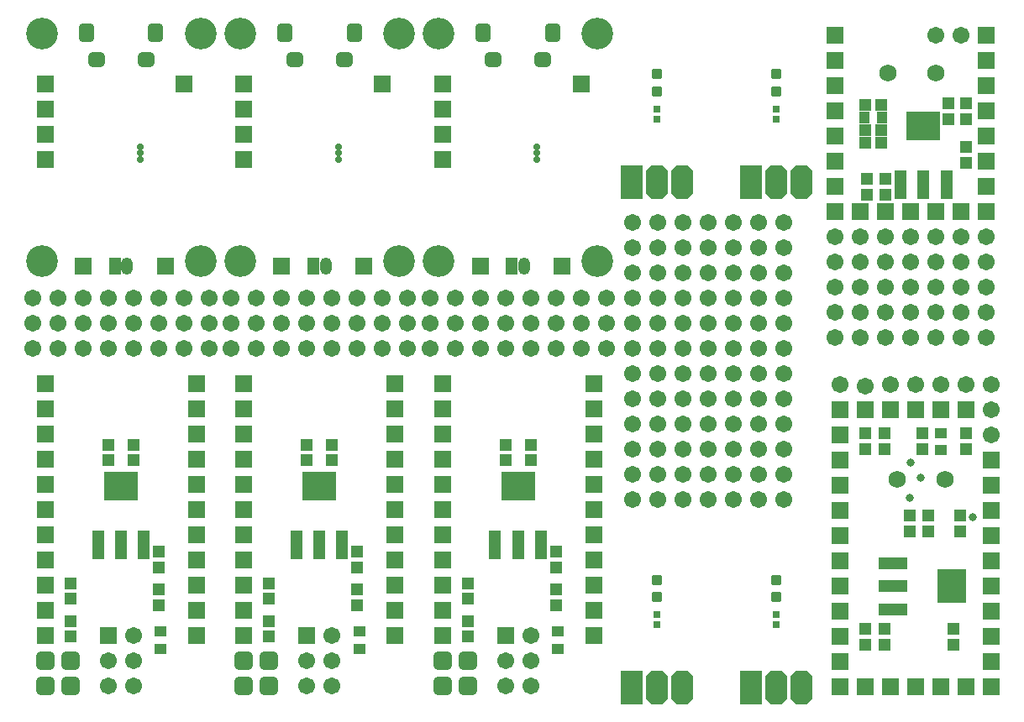
<source format=gbs>
G04*
G04 #@! TF.GenerationSoftware,Altium Limited,Altium Designer,20.1.12 (249)*
G04*
G04 Layer_Color=16711935*
%FSLAX25Y25*%
%MOIN*%
G70*
G04*
G04 #@! TF.SameCoordinates,93090BFA-B333-45B1-ADBD-1567DB3BF8F2*
G04*
G04*
G04 #@! TF.FilePolarity,Negative*
G04*
G01*
G75*
%ADD62R,0.04737X0.04737*%
%ADD63R,0.04737X0.04343*%
%ADD66R,0.04343X0.04737*%
%ADD67R,0.04737X0.04737*%
G04:AMPARAMS|DCode=68|XSize=86.74mil|YSize=135.95mil|CornerRadius=0mil|HoleSize=0mil|Usage=FLASHONLY|Rotation=360.000|XOffset=0mil|YOffset=0mil|HoleType=Round|Shape=Octagon|*
%AMOCTAGOND68*
4,1,8,-0.02169,0.06798,0.02169,0.06798,0.04337,0.04629,0.04337,-0.04629,0.02169,-0.06798,-0.02169,-0.06798,-0.04337,-0.04629,-0.04337,0.04629,-0.02169,0.06798,0.0*
%
%ADD68OCTAGOND68*%

%ADD70R,0.04737X0.04737*%
G04:AMPARAMS|DCode=72|XSize=39.5mil|YSize=39.5mil|CornerRadius=7.94mil|HoleSize=0mil|Usage=FLASHONLY|Rotation=270.000|XOffset=0mil|YOffset=0mil|HoleType=Round|Shape=RoundedRectangle|*
%AMROUNDEDRECTD72*
21,1,0.03950,0.02362,0,0,270.0*
21,1,0.02362,0.03950,0,0,270.0*
1,1,0.01587,-0.01181,-0.01181*
1,1,0.01587,-0.01181,0.01181*
1,1,0.01587,0.01181,0.01181*
1,1,0.01587,0.01181,-0.01181*
%
%ADD72ROUNDEDRECTD72*%
%ADD85C,0.06706*%
%ADD86R,0.06706X0.06706*%
%ADD87C,0.06800*%
%ADD88R,0.06706X0.06706*%
%ADD89C,0.03162*%
G04:AMPARAMS|DCode=90|XSize=74.93mil|YSize=74.93mil|CornerRadius=20.73mil|HoleSize=0mil|Usage=FLASHONLY|Rotation=0.000|XOffset=0mil|YOffset=0mil|HoleType=Round|Shape=RoundedRectangle|*
%AMROUNDEDRECTD90*
21,1,0.07493,0.03347,0,0,0.0*
21,1,0.03347,0.07493,0,0,0.0*
1,1,0.04146,0.01673,-0.01673*
1,1,0.04146,-0.01673,-0.01673*
1,1,0.04146,-0.01673,0.01673*
1,1,0.04146,0.01673,0.01673*
%
%ADD90ROUNDEDRECTD90*%
%ADD91O,0.04737X0.06863*%
%ADD92R,0.04737X0.06800*%
%ADD93C,0.02769*%
G04:AMPARAMS|DCode=94|XSize=74.93mil|YSize=63.12mil|CornerRadius=17.78mil|HoleSize=0mil|Usage=FLASHONLY|Rotation=270.000|XOffset=0mil|YOffset=0mil|HoleType=Round|Shape=RoundedRectangle|*
%AMROUNDEDRECTD94*
21,1,0.07493,0.02756,0,0,270.0*
21,1,0.03937,0.06312,0,0,270.0*
1,1,0.03556,-0.01378,-0.01968*
1,1,0.03556,-0.01378,0.01968*
1,1,0.03556,0.01378,0.01968*
1,1,0.03556,0.01378,-0.01968*
%
%ADD94ROUNDEDRECTD94*%
G04:AMPARAMS|DCode=95|XSize=68mil|YSize=57.21mil|CornerRadius=16.3mil|HoleSize=0mil|Usage=FLASHONLY|Rotation=180.000|XOffset=0mil|YOffset=0mil|HoleType=Round|Shape=RoundedRectangle|*
%AMROUNDEDRECTD95*
21,1,0.06800,0.02461,0,0,180.0*
21,1,0.03539,0.05721,0,0,180.0*
1,1,0.03261,-0.01770,0.01230*
1,1,0.03261,0.01770,0.01230*
1,1,0.03261,0.01770,-0.01230*
1,1,0.03261,-0.01770,-0.01230*
%
%ADD95ROUNDEDRECTD95*%
%ADD96C,0.12611*%
%ADD97R,0.11430X0.04737*%
%ADD98R,0.11430X0.13792*%
%ADD99R,0.13792X0.11430*%
%ADD100R,0.04737X0.11430*%
%ADD101R,0.08674X0.13595*%
%ADD102R,0.02769X0.03162*%
D62*
X357303Y102461D02*
D03*
Y108760D02*
D03*
X334803Y102461D02*
D03*
Y108760D02*
D03*
X342303D02*
D03*
Y102461D02*
D03*
Y24961D02*
D03*
Y31260D02*
D03*
X334803Y24961D02*
D03*
Y31260D02*
D03*
X369803Y24961D02*
D03*
Y31260D02*
D03*
X352303Y76260D02*
D03*
Y69961D02*
D03*
X359803D02*
D03*
Y76260D02*
D03*
X372303Y69961D02*
D03*
Y76260D02*
D03*
X374803Y102461D02*
D03*
Y108760D02*
D03*
X367835Y233701D02*
D03*
Y240000D02*
D03*
X374835Y233701D02*
D03*
Y240000D02*
D03*
X191850Y104390D02*
D03*
Y98090D02*
D03*
X211850Y61890D02*
D03*
Y55590D02*
D03*
Y46890D02*
D03*
Y40591D02*
D03*
X113110Y104390D02*
D03*
Y98090D02*
D03*
X133110Y61890D02*
D03*
Y55590D02*
D03*
Y46890D02*
D03*
Y40591D02*
D03*
X34370Y104390D02*
D03*
Y98090D02*
D03*
X54370Y61890D02*
D03*
Y55590D02*
D03*
Y46890D02*
D03*
Y40591D02*
D03*
D63*
X364803Y108957D02*
D03*
Y102264D02*
D03*
X212618Y23408D02*
D03*
Y30101D02*
D03*
X133878Y23408D02*
D03*
Y30101D02*
D03*
X55138Y23408D02*
D03*
Y30101D02*
D03*
D66*
X334488Y234350D02*
D03*
X341181D02*
D03*
D67*
X334685Y224350D02*
D03*
X340984D02*
D03*
Y229350D02*
D03*
X334685D02*
D03*
Y239350D02*
D03*
X340984D02*
D03*
D68*
X309213Y7874D02*
D03*
X299213D02*
D03*
X261968D02*
D03*
X251969D02*
D03*
X309213Y208661D02*
D03*
X299213D02*
D03*
X261968D02*
D03*
X251969D02*
D03*
D70*
X374835Y222500D02*
D03*
Y216201D02*
D03*
X335335Y210000D02*
D03*
Y203701D02*
D03*
X342835D02*
D03*
Y210000D02*
D03*
X201850Y98091D02*
D03*
Y104390D02*
D03*
X176850Y43091D02*
D03*
Y49390D02*
D03*
Y28091D02*
D03*
Y34390D02*
D03*
X123110Y98091D02*
D03*
Y104390D02*
D03*
X98110Y43091D02*
D03*
Y49390D02*
D03*
Y28091D02*
D03*
Y34390D02*
D03*
X44370Y98091D02*
D03*
Y104390D02*
D03*
X19370Y43091D02*
D03*
Y49390D02*
D03*
Y28091D02*
D03*
Y34390D02*
D03*
D72*
X299213Y50650D02*
D03*
Y43957D02*
D03*
X251969Y50650D02*
D03*
Y43957D02*
D03*
X299213Y251437D02*
D03*
Y244744D02*
D03*
X251969Y251437D02*
D03*
Y244744D02*
D03*
D85*
X242500Y82500D02*
D03*
Y92500D02*
D03*
X252500D02*
D03*
Y82500D02*
D03*
X262500D02*
D03*
Y92500D02*
D03*
X272500D02*
D03*
Y82500D02*
D03*
X282500D02*
D03*
Y92500D02*
D03*
X292500D02*
D03*
Y82500D02*
D03*
X302500D02*
D03*
Y92500D02*
D03*
Y112500D02*
D03*
Y102500D02*
D03*
X292500D02*
D03*
Y112500D02*
D03*
X282500D02*
D03*
Y102500D02*
D03*
X272500D02*
D03*
Y112500D02*
D03*
X262500D02*
D03*
Y102500D02*
D03*
X252500D02*
D03*
Y112500D02*
D03*
X242500D02*
D03*
Y102500D02*
D03*
X302500Y132500D02*
D03*
Y122500D02*
D03*
X292500D02*
D03*
Y132500D02*
D03*
X282500D02*
D03*
Y122500D02*
D03*
X272500D02*
D03*
Y132500D02*
D03*
X262500D02*
D03*
Y122500D02*
D03*
X252500D02*
D03*
Y132500D02*
D03*
X242500D02*
D03*
Y122500D02*
D03*
Y182500D02*
D03*
Y192500D02*
D03*
X252500D02*
D03*
Y182500D02*
D03*
X262500D02*
D03*
Y192500D02*
D03*
X272500D02*
D03*
Y182500D02*
D03*
X282500D02*
D03*
Y192500D02*
D03*
X292500D02*
D03*
Y182500D02*
D03*
X302500D02*
D03*
Y192500D02*
D03*
X242500Y162500D02*
D03*
Y172500D02*
D03*
X252500D02*
D03*
Y162500D02*
D03*
X262500D02*
D03*
Y172500D02*
D03*
X272500D02*
D03*
Y162500D02*
D03*
X282500D02*
D03*
Y172500D02*
D03*
X292500D02*
D03*
Y162500D02*
D03*
X302500D02*
D03*
Y172500D02*
D03*
Y152500D02*
D03*
Y142500D02*
D03*
X292500D02*
D03*
Y152500D02*
D03*
X282500D02*
D03*
Y142500D02*
D03*
X272500D02*
D03*
Y152500D02*
D03*
X262500D02*
D03*
Y142500D02*
D03*
X252500D02*
D03*
Y152500D02*
D03*
X242500D02*
D03*
Y142500D02*
D03*
X324803Y128110D02*
D03*
X334766Y127673D02*
D03*
X344803Y128110D02*
D03*
X354803D02*
D03*
X364803D02*
D03*
X374803D02*
D03*
X384803D02*
D03*
Y108110D02*
D03*
Y118110D02*
D03*
X332835Y146850D02*
D03*
X342835D02*
D03*
Y166850D02*
D03*
Y156850D02*
D03*
X332835D02*
D03*
Y166850D02*
D03*
X342835Y186850D02*
D03*
Y176850D02*
D03*
X332835D02*
D03*
Y186850D02*
D03*
X322835Y176850D02*
D03*
Y186850D02*
D03*
X352835D02*
D03*
Y176850D02*
D03*
X362835D02*
D03*
Y186850D02*
D03*
X372835D02*
D03*
Y176850D02*
D03*
X382835D02*
D03*
Y186850D02*
D03*
X322835Y156850D02*
D03*
Y166850D02*
D03*
X352835D02*
D03*
Y156850D02*
D03*
X362835D02*
D03*
Y166850D02*
D03*
X372835D02*
D03*
Y156850D02*
D03*
X382835D02*
D03*
Y166850D02*
D03*
Y146850D02*
D03*
X372835D02*
D03*
X362835D02*
D03*
X352835D02*
D03*
X322835D02*
D03*
X362835Y266850D02*
D03*
X372835D02*
D03*
X201850Y8740D02*
D03*
X191850D02*
D03*
X201850Y18740D02*
D03*
X191850D02*
D03*
X201850Y28740D02*
D03*
X123110Y8740D02*
D03*
X113110D02*
D03*
X123110Y18740D02*
D03*
X113110D02*
D03*
X123110Y28740D02*
D03*
X161850Y162717D02*
D03*
Y152717D02*
D03*
Y142717D02*
D03*
X171850Y162717D02*
D03*
Y152717D02*
D03*
Y142717D02*
D03*
X181850Y162717D02*
D03*
Y152717D02*
D03*
Y142717D02*
D03*
X191850Y162717D02*
D03*
Y152717D02*
D03*
Y142717D02*
D03*
X201850Y162717D02*
D03*
Y152717D02*
D03*
Y142717D02*
D03*
X211850Y162717D02*
D03*
Y152717D02*
D03*
Y142717D02*
D03*
X221850Y162717D02*
D03*
Y152717D02*
D03*
Y142717D02*
D03*
X231850D02*
D03*
Y152717D02*
D03*
Y162717D02*
D03*
X83110D02*
D03*
Y152717D02*
D03*
Y142717D02*
D03*
X93110Y162717D02*
D03*
Y152717D02*
D03*
Y142717D02*
D03*
X103110Y162717D02*
D03*
Y152717D02*
D03*
Y142717D02*
D03*
X113110Y162717D02*
D03*
Y152717D02*
D03*
Y142717D02*
D03*
X123110Y162717D02*
D03*
Y152717D02*
D03*
Y142717D02*
D03*
X133110Y162717D02*
D03*
Y152717D02*
D03*
Y142717D02*
D03*
X143110Y162717D02*
D03*
Y152717D02*
D03*
Y142717D02*
D03*
X153110D02*
D03*
Y152717D02*
D03*
Y162717D02*
D03*
X4370D02*
D03*
Y152717D02*
D03*
Y142717D02*
D03*
X14370Y162717D02*
D03*
Y152717D02*
D03*
Y142717D02*
D03*
X24370Y162717D02*
D03*
Y152717D02*
D03*
Y142717D02*
D03*
X34370Y162717D02*
D03*
Y152717D02*
D03*
Y142717D02*
D03*
X44370Y162717D02*
D03*
Y152717D02*
D03*
Y142717D02*
D03*
X54370Y162717D02*
D03*
Y152717D02*
D03*
Y142717D02*
D03*
X64370Y162717D02*
D03*
Y152717D02*
D03*
Y142717D02*
D03*
X74370D02*
D03*
Y152717D02*
D03*
Y162717D02*
D03*
X44370Y8740D02*
D03*
X34370D02*
D03*
X44370Y18740D02*
D03*
X34370D02*
D03*
X44370Y28740D02*
D03*
D86*
X384803Y88110D02*
D03*
Y98110D02*
D03*
Y68110D02*
D03*
Y48110D02*
D03*
Y38110D02*
D03*
Y28110D02*
D03*
X324803Y38110D02*
D03*
Y48110D02*
D03*
X384803Y18110D02*
D03*
X344803Y8110D02*
D03*
X334803D02*
D03*
X324803D02*
D03*
Y18110D02*
D03*
Y28110D02*
D03*
Y58110D02*
D03*
Y68110D02*
D03*
Y78110D02*
D03*
Y88110D02*
D03*
Y98110D02*
D03*
Y108110D02*
D03*
X334803Y118110D02*
D03*
X344803D02*
D03*
X342835Y196850D02*
D03*
X191850Y28740D02*
D03*
X226850Y68740D02*
D03*
Y108740D02*
D03*
Y128740D02*
D03*
Y98740D02*
D03*
Y88740D02*
D03*
Y58740D02*
D03*
Y48740D02*
D03*
Y28740D02*
D03*
Y118740D02*
D03*
Y78740D02*
D03*
Y38740D02*
D03*
X166850Y28740D02*
D03*
Y38740D02*
D03*
X113110Y28740D02*
D03*
X148110Y68740D02*
D03*
Y108740D02*
D03*
Y128740D02*
D03*
Y98740D02*
D03*
Y88740D02*
D03*
Y58740D02*
D03*
Y48740D02*
D03*
Y28740D02*
D03*
Y118740D02*
D03*
Y78740D02*
D03*
Y38740D02*
D03*
X88110Y28740D02*
D03*
Y38740D02*
D03*
X221850Y247717D02*
D03*
X166850D02*
D03*
X214350Y175217D02*
D03*
X181850D02*
D03*
X166850Y237717D02*
D03*
Y217717D02*
D03*
Y227717D02*
D03*
X143110Y247717D02*
D03*
X88110D02*
D03*
X135610Y175217D02*
D03*
X103110D02*
D03*
X88110Y237717D02*
D03*
Y217717D02*
D03*
Y227717D02*
D03*
X64370Y247717D02*
D03*
X9370D02*
D03*
X56870Y175217D02*
D03*
X24370D02*
D03*
X9370Y237717D02*
D03*
Y217717D02*
D03*
Y227717D02*
D03*
X34370Y28740D02*
D03*
X69370Y68740D02*
D03*
Y108740D02*
D03*
Y128740D02*
D03*
Y98740D02*
D03*
Y88740D02*
D03*
Y58740D02*
D03*
Y48740D02*
D03*
Y28740D02*
D03*
Y118740D02*
D03*
Y78740D02*
D03*
Y38740D02*
D03*
X9370Y28740D02*
D03*
Y38740D02*
D03*
D87*
X366303Y90610D02*
D03*
X347303D02*
D03*
X362835Y251850D02*
D03*
X343835D02*
D03*
D88*
X324803Y118110D02*
D03*
X384803Y8110D02*
D03*
X374803D02*
D03*
X364803D02*
D03*
X354803D02*
D03*
X364803Y118110D02*
D03*
X384803Y78110D02*
D03*
X354803Y118110D02*
D03*
X374803D02*
D03*
X384803Y58110D02*
D03*
X322835Y226850D02*
D03*
Y216850D02*
D03*
Y206850D02*
D03*
Y196850D02*
D03*
X332835D02*
D03*
X352835D02*
D03*
X362835D02*
D03*
X372835D02*
D03*
X382835Y206850D02*
D03*
Y216850D02*
D03*
Y226850D02*
D03*
Y236850D02*
D03*
Y246850D02*
D03*
X382835Y256850D02*
D03*
X382835Y196850D02*
D03*
X322835Y256850D02*
D03*
Y246850D02*
D03*
Y266850D02*
D03*
Y236850D02*
D03*
X382835Y266850D02*
D03*
X166850Y68740D02*
D03*
Y128740D02*
D03*
Y108740D02*
D03*
Y98740D02*
D03*
Y88740D02*
D03*
Y58740D02*
D03*
Y48740D02*
D03*
Y118740D02*
D03*
Y78740D02*
D03*
X88110Y68740D02*
D03*
Y128740D02*
D03*
Y108740D02*
D03*
Y98740D02*
D03*
Y88740D02*
D03*
Y58740D02*
D03*
Y48740D02*
D03*
Y118740D02*
D03*
Y78740D02*
D03*
X9370Y68740D02*
D03*
Y128740D02*
D03*
Y108740D02*
D03*
Y98740D02*
D03*
Y88740D02*
D03*
Y58740D02*
D03*
Y48740D02*
D03*
Y118740D02*
D03*
Y78740D02*
D03*
D89*
X352803Y97110D02*
D03*
X356803Y91110D02*
D03*
X352303Y83110D02*
D03*
X377303Y75610D02*
D03*
D90*
X176850Y8740D02*
D03*
Y18740D02*
D03*
X166850Y8740D02*
D03*
Y18740D02*
D03*
X98110Y8740D02*
D03*
Y18740D02*
D03*
X88110Y8740D02*
D03*
Y18740D02*
D03*
X19370Y8740D02*
D03*
Y18740D02*
D03*
X9370Y8740D02*
D03*
Y18740D02*
D03*
D91*
X199311Y175217D02*
D03*
X120571D02*
D03*
X41831D02*
D03*
D92*
X194390D02*
D03*
X115650D02*
D03*
X36909D02*
D03*
D93*
X204350Y220217D02*
D03*
Y222717D02*
D03*
Y217717D02*
D03*
X125610Y220217D02*
D03*
Y222717D02*
D03*
Y217717D02*
D03*
X46870Y220217D02*
D03*
Y222717D02*
D03*
Y217717D02*
D03*
D94*
X183071Y267815D02*
D03*
X210630D02*
D03*
X104331D02*
D03*
X131890D02*
D03*
X25591D02*
D03*
X53150D02*
D03*
D95*
X187008Y257087D02*
D03*
X206693D02*
D03*
X108268D02*
D03*
X127953D02*
D03*
X29528D02*
D03*
X49213D02*
D03*
D96*
X165354Y177165D02*
D03*
Y267717D02*
D03*
X228346Y177165D02*
D03*
Y267717D02*
D03*
X86614Y177165D02*
D03*
Y267717D02*
D03*
X149606Y177165D02*
D03*
Y267717D02*
D03*
X7874Y177165D02*
D03*
Y267717D02*
D03*
X70866Y177165D02*
D03*
Y267717D02*
D03*
D97*
X345689Y39055D02*
D03*
Y48110D02*
D03*
Y57165D02*
D03*
D98*
X368917Y48110D02*
D03*
D99*
X357835Y230965D02*
D03*
X196850Y87854D02*
D03*
X118110D02*
D03*
X39370D02*
D03*
D100*
X348780Y207736D02*
D03*
X357835D02*
D03*
X366890D02*
D03*
X205906Y64626D02*
D03*
X196850D02*
D03*
X187795D02*
D03*
X127165D02*
D03*
X118110D02*
D03*
X109055D02*
D03*
X48425D02*
D03*
X39370D02*
D03*
X30315D02*
D03*
D101*
X289213Y7874D02*
D03*
X241968D02*
D03*
X289213Y208661D02*
D03*
X241968D02*
D03*
D102*
X299213Y32835D02*
D03*
Y36772D02*
D03*
X251969Y32835D02*
D03*
Y36772D02*
D03*
X299213Y233622D02*
D03*
Y237559D02*
D03*
X251969Y233622D02*
D03*
Y237559D02*
D03*
M02*

</source>
